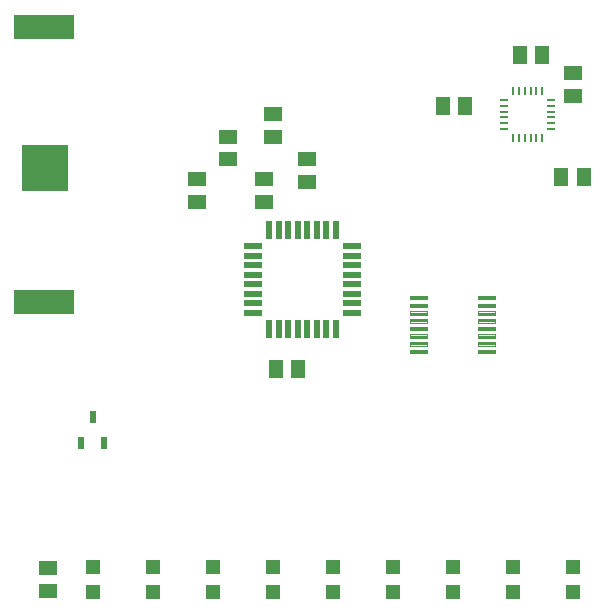
<source format=gtp>
G04 EAGLE Gerber RS-274X export*
G75*
%MOMM*%
%FSLAX34Y34*%
%LPD*%
%INSolderpaste Top*%
%IPPOS*%
%AMOC8*
5,1,8,0,0,1.08239X$1,22.5*%
G01*
%ADD10R,0.550000X1.600000*%
%ADD11R,1.600000X0.550000*%
%ADD12R,0.260000X0.790000*%
%ADD13R,0.790000X0.260000*%
%ADD14C,0.102500*%
%ADD15R,0.600000X1.100000*%
%ADD16R,5.050000X2.100000*%
%ADD17R,4.000000X4.000000*%
%ADD18R,1.300000X1.500000*%
%ADD19R,1.500000X1.300000*%
%ADD20R,1.200000X1.200000*%


D10*
X303622Y237600D03*
X311622Y237600D03*
X319622Y237600D03*
X327622Y237600D03*
X335622Y237600D03*
X343622Y237600D03*
X351622Y237600D03*
X359622Y237600D03*
D11*
X373422Y251400D03*
X373422Y259400D03*
X373422Y267400D03*
X373422Y275400D03*
X373422Y283400D03*
X373422Y291400D03*
X373422Y299400D03*
X373422Y307400D03*
D10*
X359622Y321200D03*
X351622Y321200D03*
X343622Y321200D03*
X335622Y321200D03*
X327622Y321200D03*
X319622Y321200D03*
X311622Y321200D03*
X303622Y321200D03*
D11*
X289822Y307400D03*
X289822Y299400D03*
X289822Y291400D03*
X289822Y283400D03*
X289822Y275400D03*
X289822Y267400D03*
X289822Y259400D03*
X289822Y251400D03*
D12*
X509622Y399400D03*
X514622Y399400D03*
X519622Y399400D03*
X524622Y399400D03*
X529622Y399400D03*
X534622Y399400D03*
D13*
X541822Y406600D03*
X541822Y411600D03*
X541822Y416600D03*
X541822Y421600D03*
X541822Y426600D03*
X541822Y431600D03*
D12*
X534622Y438800D03*
X529622Y438800D03*
X524622Y438800D03*
X519622Y438800D03*
X514622Y438800D03*
X509622Y438800D03*
D13*
X502422Y431600D03*
X502422Y426600D03*
X502422Y421600D03*
X502422Y416600D03*
X502422Y411600D03*
X502422Y406600D03*
D14*
X437260Y262512D02*
X422584Y262512D01*
X422584Y265588D01*
X437260Y265588D01*
X437260Y262512D01*
X437260Y263486D02*
X422584Y263486D01*
X422584Y264460D02*
X437260Y264460D01*
X437260Y265434D02*
X422584Y265434D01*
X422584Y256012D02*
X437260Y256012D01*
X422584Y256012D02*
X422584Y259088D01*
X437260Y259088D01*
X437260Y256012D01*
X437260Y256986D02*
X422584Y256986D01*
X422584Y257960D02*
X437260Y257960D01*
X437260Y258934D02*
X422584Y258934D01*
X422584Y249512D02*
X437260Y249512D01*
X422584Y249512D02*
X422584Y252588D01*
X437260Y252588D01*
X437260Y249512D01*
X437260Y250486D02*
X422584Y250486D01*
X422584Y251460D02*
X437260Y251460D01*
X437260Y252434D02*
X422584Y252434D01*
X422584Y243012D02*
X437260Y243012D01*
X422584Y243012D02*
X422584Y246088D01*
X437260Y246088D01*
X437260Y243012D01*
X437260Y243986D02*
X422584Y243986D01*
X422584Y244960D02*
X437260Y244960D01*
X437260Y245934D02*
X422584Y245934D01*
X422584Y236512D02*
X437260Y236512D01*
X422584Y236512D02*
X422584Y239588D01*
X437260Y239588D01*
X437260Y236512D01*
X437260Y237486D02*
X422584Y237486D01*
X422584Y238460D02*
X437260Y238460D01*
X437260Y239434D02*
X422584Y239434D01*
X422584Y230012D02*
X437260Y230012D01*
X422584Y230012D02*
X422584Y233088D01*
X437260Y233088D01*
X437260Y230012D01*
X437260Y230986D02*
X422584Y230986D01*
X422584Y231960D02*
X437260Y231960D01*
X437260Y232934D02*
X422584Y232934D01*
X422584Y223512D02*
X437260Y223512D01*
X422584Y223512D02*
X422584Y226588D01*
X437260Y226588D01*
X437260Y223512D01*
X437260Y224486D02*
X422584Y224486D01*
X422584Y225460D02*
X437260Y225460D01*
X437260Y226434D02*
X422584Y226434D01*
X422584Y217012D02*
X437260Y217012D01*
X422584Y217012D02*
X422584Y220088D01*
X437260Y220088D01*
X437260Y217012D01*
X437260Y217986D02*
X422584Y217986D01*
X422584Y218960D02*
X437260Y218960D01*
X437260Y219934D02*
X422584Y219934D01*
X479984Y217012D02*
X494660Y217012D01*
X479984Y217012D02*
X479984Y220088D01*
X494660Y220088D01*
X494660Y217012D01*
X494660Y217986D02*
X479984Y217986D01*
X479984Y218960D02*
X494660Y218960D01*
X494660Y219934D02*
X479984Y219934D01*
X479984Y223512D02*
X494660Y223512D01*
X479984Y223512D02*
X479984Y226588D01*
X494660Y226588D01*
X494660Y223512D01*
X494660Y224486D02*
X479984Y224486D01*
X479984Y225460D02*
X494660Y225460D01*
X494660Y226434D02*
X479984Y226434D01*
X479984Y230012D02*
X494660Y230012D01*
X479984Y230012D02*
X479984Y233088D01*
X494660Y233088D01*
X494660Y230012D01*
X494660Y230986D02*
X479984Y230986D01*
X479984Y231960D02*
X494660Y231960D01*
X494660Y232934D02*
X479984Y232934D01*
X479984Y236512D02*
X494660Y236512D01*
X479984Y236512D02*
X479984Y239588D01*
X494660Y239588D01*
X494660Y236512D01*
X494660Y237486D02*
X479984Y237486D01*
X479984Y238460D02*
X494660Y238460D01*
X494660Y239434D02*
X479984Y239434D01*
X479984Y243012D02*
X494660Y243012D01*
X479984Y243012D02*
X479984Y246088D01*
X494660Y246088D01*
X494660Y243012D01*
X494660Y243986D02*
X479984Y243986D01*
X479984Y244960D02*
X494660Y244960D01*
X494660Y245934D02*
X479984Y245934D01*
X479984Y249512D02*
X494660Y249512D01*
X479984Y249512D02*
X479984Y252588D01*
X494660Y252588D01*
X494660Y249512D01*
X494660Y250486D02*
X479984Y250486D01*
X479984Y251460D02*
X494660Y251460D01*
X494660Y252434D02*
X479984Y252434D01*
X479984Y256012D02*
X494660Y256012D01*
X479984Y256012D02*
X479984Y259088D01*
X494660Y259088D01*
X494660Y256012D01*
X494660Y256986D02*
X479984Y256986D01*
X479984Y257960D02*
X494660Y257960D01*
X494660Y258934D02*
X479984Y258934D01*
X479984Y262512D02*
X494660Y262512D01*
X479984Y262512D02*
X479984Y265588D01*
X494660Y265588D01*
X494660Y262512D01*
X494660Y263486D02*
X479984Y263486D01*
X479984Y264460D02*
X494660Y264460D01*
X494660Y265434D02*
X479984Y265434D01*
D15*
X144322Y141400D03*
X163322Y141400D03*
X153822Y163400D03*
D16*
X112922Y260500D03*
X112922Y493000D03*
D17*
X113622Y374100D03*
D18*
X569722Y366319D03*
X550722Y366319D03*
D19*
X335636Y362254D03*
X335636Y381254D03*
D18*
X469189Y426415D03*
X450189Y426415D03*
D20*
X204622Y35900D03*
X204622Y14900D03*
X255422Y35900D03*
X255422Y14900D03*
X306222Y35900D03*
X306222Y14900D03*
X357022Y35900D03*
X357022Y14900D03*
X407822Y35900D03*
X407822Y14900D03*
X458622Y35900D03*
X458622Y14900D03*
X509422Y35900D03*
X509422Y14900D03*
X560222Y35900D03*
X560222Y14900D03*
D18*
X328016Y203860D03*
X309016Y203860D03*
D20*
X154127Y35595D03*
X154127Y14595D03*
D19*
X115722Y15900D03*
X115722Y34900D03*
X241910Y345440D03*
X241910Y364440D03*
X298653Y345135D03*
X298653Y364135D03*
X306222Y419202D03*
X306222Y400202D03*
X268529Y400152D03*
X268529Y381152D03*
X560222Y435000D03*
X560222Y454000D03*
D18*
X534670Y469748D03*
X515670Y469748D03*
M02*

</source>
